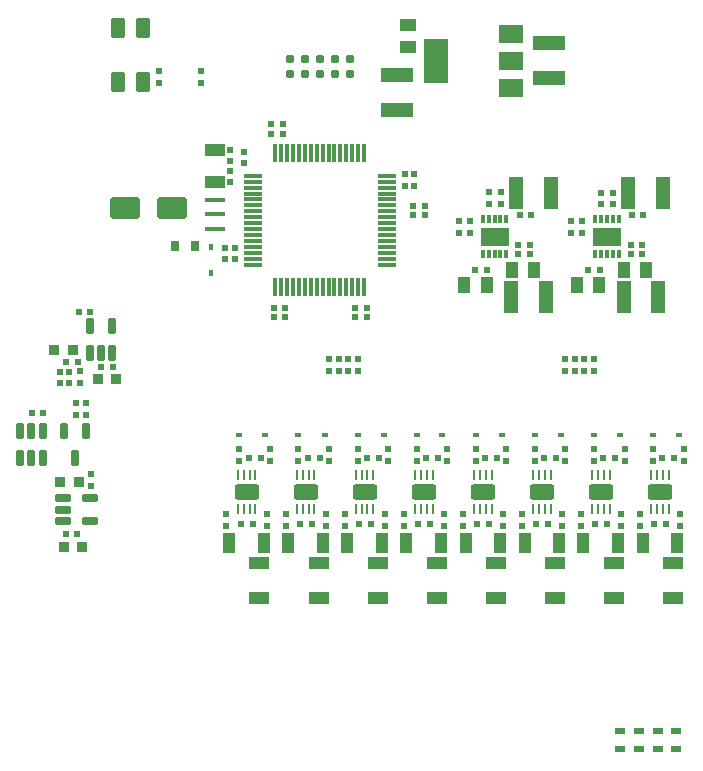
<source format=gtp>
%FSLAX23Y23*%
%MOIN*%
%SFA1B1*%

%IPPOS*%
%AMD13*
4,1,8,-0.037800,0.021200,-0.037800,-0.021200,-0.032800,-0.026200,0.032800,-0.026200,0.037800,-0.021200,0.037800,0.021200,0.032800,0.026200,-0.032800,0.026200,-0.037800,0.021200,0.0*
1,1,0.009940,-0.032800,0.021200*
1,1,0.009940,-0.032800,-0.021200*
1,1,0.009940,0.032800,-0.021200*
1,1,0.009940,0.032800,0.021200*
%
%AMD15*
4,1,8,0.029000,0.005900,-0.029000,0.005900,-0.030500,0.004400,-0.030500,-0.004400,-0.029000,-0.005900,0.029000,-0.005900,0.030500,-0.004400,0.030500,0.004400,0.029000,0.005900,0.0*
1,1,0.002960,0.029000,0.004400*
1,1,0.002960,-0.029000,0.004400*
1,1,0.002960,-0.029000,-0.004400*
1,1,0.002960,0.029000,-0.004400*
%
%AMD16*
4,1,8,0.004400,0.030500,-0.004400,0.030500,-0.005900,0.029000,-0.005900,-0.029000,-0.004400,-0.030500,0.004400,-0.030500,0.005900,-0.029000,0.005900,0.029000,0.004400,0.030500,0.0*
1,1,0.002960,0.004400,0.029000*
1,1,0.002960,-0.004400,0.029000*
1,1,0.002960,-0.004400,-0.029000*
1,1,0.002960,0.004400,-0.029000*
%
%AMD21*
4,1,8,0.011800,-0.023100,0.011800,0.023100,0.008900,0.026100,-0.008900,0.026100,-0.011800,0.023100,-0.011800,-0.023100,-0.008900,-0.026100,0.008900,-0.026100,0.011800,-0.023100,0.0*
1,1,0.005900,0.008900,-0.023100*
1,1,0.005900,0.008900,0.023100*
1,1,0.005900,-0.008900,0.023100*
1,1,0.005900,-0.008900,-0.023100*
%
%AMD27*
4,1,8,-0.004900,0.015500,-0.004900,-0.015500,-0.003700,-0.016700,0.003700,-0.016700,0.004900,-0.015500,0.004900,0.015500,0.003700,0.016700,-0.003700,0.016700,-0.004900,0.015500,0.0*
1,1,0.002460,-0.003700,0.015500*
1,1,0.002460,-0.003700,-0.015500*
1,1,0.002460,0.003700,-0.015500*
1,1,0.002460,0.003700,0.015500*
%
%AMD30*
4,1,8,-0.021700,0.031200,-0.021700,-0.031200,-0.018400,-0.034400,0.018400,-0.034400,0.021700,-0.031200,0.021700,0.031200,0.018400,0.034400,-0.018400,0.034400,-0.021700,0.031200,0.0*
1,1,0.006500,-0.018400,0.031200*
1,1,0.006500,-0.018400,-0.031200*
1,1,0.006500,0.018400,-0.031200*
1,1,0.006500,0.018400,0.031200*
%
%AMD34*
4,1,8,-0.044300,-0.035400,0.044300,-0.035400,0.049200,-0.030500,0.049200,0.030500,0.044300,0.035400,-0.044300,0.035400,-0.049200,0.030500,-0.049200,-0.030500,-0.044300,-0.035400,0.0*
1,1,0.009920,-0.044300,-0.030500*
1,1,0.009920,0.044300,-0.030500*
1,1,0.009920,0.044300,0.030500*
1,1,0.009920,-0.044300,0.030500*
%
%AMD36*
4,1,8,0.023100,0.011800,-0.023100,0.011800,-0.026100,0.008900,-0.026100,-0.008900,-0.023100,-0.011800,0.023100,-0.011800,0.026100,-0.008900,0.026100,0.008900,0.023100,0.011800,0.0*
1,1,0.005900,0.023100,0.008900*
1,1,0.005900,-0.023100,0.008900*
1,1,0.005900,-0.023100,-0.008900*
1,1,0.005900,0.023100,-0.008900*
%
G04~CAMADD=13~8~0.0~0.0~523.6~755.9~49.7~0.0~15~0.0~0.0~0.0~0.0~0~0.0~0.0~0.0~0.0~0~0.0~0.0~0.0~90.0~756.0~524.0*
%ADD13D13*%
%ADD14R,0.031500X0.023230*%
G04~CAMADD=15~8~0.0~0.0~610.2~118.1~14.8~0.0~15~0.0~0.0~0.0~0.0~0~0.0~0.0~0.0~0.0~0~0.0~0.0~0.0~0.0~610.2~118.1*
%ADD15D15*%
G04~CAMADD=16~8~0.0~0.0~118.1~610.2~14.8~0.0~15~0.0~0.0~0.0~0.0~0~0.0~0.0~0.0~0.0~0~0.0~0.0~0.0~0.0~118.1~610.2*
%ADD16D16*%
%ADD17R,0.035430X0.023620*%
%ADD18R,0.019680X0.020470*%
%ADD19R,0.040000X0.056000*%
%ADD20R,0.022000X0.020000*%
G04~CAMADD=21~8~0.0~0.0~521.7~236.2~29.5~0.0~15~0.0~0.0~0.0~0.0~0~0.0~0.0~0.0~0.0~0~0.0~0.0~0.0~270.0~236.0~522.0*
%ADD21D21*%
%ADD22R,0.035000X0.032280*%
%ADD23R,0.020470X0.019680*%
%ADD24R,0.020000X0.022000*%
%ADD25R,0.031500X0.037400*%
%ADD26R,0.078740X0.047240*%
G04~CAMADD=27~8~0.0~0.0~334.7~98.4~12.3~0.0~15~0.0~0.0~0.0~0.0~0~0.0~0.0~0.0~0.0~0~0.0~0.0~0.0~90.0~98.0~334.0*
%ADD27D27*%
%ADD28R,0.045000X0.105000*%
%ADD29C,0.031000*%
G04~CAMADD=30~8~0.0~0.0~689.0~433.1~32.5~0.0~15~0.0~0.0~0.0~0.0~0~0.0~0.0~0.0~0.0~0~0.0~0.0~0.0~90.0~434.0~689.0*
%ADD30D30*%
%ADD31R,0.068900X0.015750*%
%ADD32R,0.066930X0.043310*%
%ADD33R,0.017720X0.023620*%
G04~CAMADD=34~8~0.0~0.0~984.3~708.7~49.6~0.0~15~0.0~0.0~0.0~0.0~0~0.0~0.0~0.0~0.0~0~0.0~0.0~0.0~180.0~984.0~708.0*
%ADD34D34*%
%ADD35R,0.056000X0.040000*%
G04~CAMADD=36~8~0.0~0.0~521.7~236.2~29.5~0.0~15~0.0~0.0~0.0~0.0~0~0.0~0.0~0.0~0.0~0~0.0~0.0~0.0~0.0~521.7~236.2*
%ADD36D36*%
%ADD37R,0.044000X0.070000*%
%ADD38R,0.070000X0.044000*%
%ADD39R,0.023620X0.017720*%
%ADD40R,0.094490X0.064960*%
%ADD41R,0.011810X0.029530*%
%ADD42R,0.105000X0.045000*%
%ADD43R,0.078740X0.059060*%
%ADD44R,0.078740X0.149610*%
%LNbenchy-voltmeter-pcb-1*%
%LPD*%
G54D13*
X3102Y1889D03*
X1724D03*
X1921D03*
X2118D03*
X2314D03*
X2905D03*
X2708D03*
X2511D03*
G54D14*
X2531Y2724D03*
X2570D03*
X2531Y2756D03*
X2570D03*
X2905Y2724D03*
X2944D03*
X2905Y2756D03*
X2944D03*
G54D15*
X1745Y2942D03*
X2191D03*
Y2647D03*
X1745D03*
X2191Y2923D03*
Y2903D03*
Y2883D03*
Y2864D03*
Y2844D03*
Y2824D03*
Y2805D03*
Y2785D03*
Y2765D03*
Y2746D03*
Y2726D03*
Y2706D03*
Y2687D03*
Y2667D03*
X1745D03*
Y2687D03*
Y2706D03*
Y2726D03*
Y2746D03*
Y2765D03*
Y2785D03*
Y2805D03*
Y2824D03*
Y2844D03*
Y2864D03*
Y2883D03*
Y2903D03*
Y2923D03*
G54D16*
X1820Y3018D03*
X2116D03*
Y2571D03*
X1820D03*
X1840Y3018D03*
X1860D03*
X1879D03*
X1899D03*
X1919D03*
X1938D03*
X1958D03*
X1978D03*
X1998D03*
X2017D03*
X2037D03*
X2057D03*
X2076D03*
X2096D03*
Y2571D03*
X2076D03*
X2057D03*
X2037D03*
X2017D03*
X1998D03*
X1978D03*
X1958D03*
X1938D03*
X1919D03*
X1899D03*
X1879D03*
X1860D03*
X1840D03*
G54D17*
X3157Y1032D03*
Y1093D03*
X2968Y1032D03*
Y1093D03*
X3031Y1032D03*
Y1093D03*
X3094Y1032D03*
Y1093D03*
G54D18*
X3046Y2811D03*
X3008D03*
X1008Y2153D03*
X1046D03*
X1203Y2488D03*
X1166D03*
X1278Y2307D03*
X1240D03*
X1853Y2472D03*
X1815D03*
X1122Y1748D03*
X1160D03*
X2630Y2712D03*
X2668D03*
X2630Y2681D03*
X2668D03*
X1807Y3082D03*
X1845D03*
X1807Y3114D03*
X1845D03*
X2634Y2811D03*
X2672D03*
X3004Y2681D03*
X3042D03*
X3004Y2712D03*
X3042D03*
X2125Y2503D03*
X2087D03*
X2125Y2472D03*
X2087D03*
X1853Y2503D03*
X1815D03*
G54D19*
X2608Y2629D03*
X2683D03*
X2982D03*
X3057D03*
X2824Y2578D03*
X2899D03*
X2450D03*
X2525D03*
G54D20*
X1188Y2145D03*
Y2185D03*
X1157Y2145D03*
Y2185D03*
X2094Y2291D03*
Y2331D03*
X2062Y2291D03*
Y2331D03*
X2031Y2291D03*
Y2331D03*
X2000Y2291D03*
Y2331D03*
X2881D03*
Y2291D03*
X2850D03*
Y2331D03*
X2818Y2291D03*
Y2331D03*
X2787Y2291D03*
Y2331D03*
X1169Y2291D03*
Y2251D03*
X1700Y1991D03*
Y2031D03*
X1897Y1991D03*
Y2031D03*
X2094Y1991D03*
Y2031D03*
X2291Y1991D03*
Y2031D03*
X2488Y1991D03*
Y2031D03*
X3078Y1991D03*
Y2031D03*
X2881Y1991D03*
Y2031D03*
X1657Y1775D03*
Y1815D03*
X1791Y1775D03*
Y1815D03*
X1854Y1775D03*
Y1815D03*
X3035Y1775D03*
Y1815D03*
X2972Y1775D03*
Y1815D03*
X2838Y1775D03*
Y1815D03*
X2775Y1775D03*
Y1815D03*
X2641Y1775D03*
Y1815D03*
X2578Y1775D03*
Y1815D03*
X2444Y1775D03*
Y1815D03*
X2051Y1775D03*
Y1815D03*
X1988Y1775D03*
Y1815D03*
X2248Y1775D03*
Y1815D03*
X2185Y1775D03*
Y1815D03*
X2381Y1775D03*
Y1815D03*
X1433Y3291D03*
Y3251D03*
X1573Y3291D03*
Y3251D03*
X3169Y1775D03*
Y1815D03*
X2685Y1991D03*
Y2031D03*
X1803Y1991D03*
Y2031D03*
X2000Y1991D03*
Y2031D03*
X2196Y1991D03*
Y2031D03*
X2393D03*
Y1991D03*
X2590D03*
Y2031D03*
X2787D03*
Y1991D03*
X2984D03*
Y2031D03*
X3181Y1991D03*
Y2031D03*
X2842Y2791D03*
Y2751D03*
X2807D03*
Y2791D03*
X2468D03*
Y2751D03*
X2433D03*
Y2791D03*
G54D21*
X1045Y2092D03*
X1007D03*
X970D03*
Y2002D03*
X1007D03*
X1045D03*
X1153D03*
X1116Y2092D03*
X1190D03*
X1202Y2442D03*
X1277D03*
Y2352D03*
X1240D03*
X1202D03*
G54D22*
X1144Y2362D03*
X1083D03*
X1290Y2267D03*
X1229D03*
X1115Y1704D03*
X1176D03*
X1103Y1921D03*
X1164D03*
G54D23*
X1102Y2290D03*
Y2252D03*
X1133Y2290D03*
Y2252D03*
X1669Y2922D03*
Y2959D03*
Y3030D03*
Y2992D03*
X1653Y2703D03*
Y2666D03*
X1685Y2703D03*
Y2666D03*
X1204Y1910D03*
Y1948D03*
X1716Y2985D03*
Y3022D03*
X2251Y2948D03*
Y2910D03*
X2283Y2948D03*
Y2910D03*
G54D24*
X1121Y2322D03*
X1161D03*
X1731Y2003D03*
X1771D03*
X1928D03*
X1968D03*
X2125D03*
X2165D03*
X2322D03*
X2362D03*
X2519D03*
X2559D03*
X3109D03*
X3149D03*
X2913D03*
X2953D03*
X1704Y1783D03*
X1744D03*
X1901D03*
X1941D03*
X3082D03*
X3122D03*
X2885D03*
X2925D03*
X2688D03*
X2728D03*
X2491D03*
X2531D03*
X2098D03*
X2138D03*
X2294D03*
X2334D03*
X2527Y2629D03*
X2487D03*
X2716Y2003D03*
X2756D03*
X2946Y2849D03*
X2906D03*
X2946Y2885D03*
X2906D03*
X2901Y2629D03*
X2861D03*
X2319Y2811D03*
X2279D03*
X2319Y2842D03*
X2279D03*
X2572Y2849D03*
X2532D03*
X2572Y2889D03*
X2532D03*
G54D25*
X1487Y2708D03*
X1552D03*
G54D26*
X3102Y1889D03*
X1724D03*
X1921D03*
X2118D03*
X2314D03*
X2905D03*
X2708D03*
X2511D03*
G54D27*
X3072Y1946D03*
X3092D03*
X3112D03*
X3131D03*
Y1832D03*
X3112D03*
X3092D03*
X3072D03*
X1694Y1946D03*
X1714D03*
X1734D03*
X1753D03*
Y1832D03*
X1734D03*
X1714D03*
X1694D03*
X1891Y1946D03*
X1911D03*
X1931D03*
X1950D03*
Y1832D03*
X1931D03*
X1911D03*
X1891D03*
X2088Y1946D03*
X2108D03*
X2127D03*
X2147D03*
Y1832D03*
X2127D03*
X2108D03*
X2088D03*
X2285Y1946D03*
X2305D03*
X2324D03*
X2344D03*
Y1832D03*
X2324D03*
X2305D03*
X2285D03*
X2875Y1946D03*
X2895D03*
X2915D03*
X2935D03*
Y1832D03*
X2915D03*
X2895D03*
X2875D03*
X2679Y1946D03*
X2698D03*
X2718D03*
X2738D03*
Y1832D03*
X2718D03*
X2698D03*
X2679D03*
X2482Y1946D03*
X2501D03*
X2521D03*
X2541D03*
Y1832D03*
X2521D03*
X2501D03*
X2482D03*
G54D28*
X2607Y2539D03*
X2723D03*
X2997Y2885D03*
X3113D03*
X2981Y2539D03*
X3097D03*
X2623Y2885D03*
X2739D03*
G54D29*
X1868Y3282D03*
X1918D03*
X1968D03*
X2018D03*
X2068D03*
Y3332D03*
X2018D03*
X1968D03*
X1918D03*
X1868D03*
G54D30*
X1296Y3257D03*
Y3435D03*
X1380Y3257D03*
Y3435D03*
G54D31*
X1618Y2767D03*
Y2814D03*
Y2862D03*
G54D32*
X1618Y2923D03*
Y3029D03*
G54D33*
X1606Y2618D03*
Y2704D03*
G54D34*
X1318Y2834D03*
X1476D03*
G54D35*
X2263Y3446D03*
Y3372D03*
G54D36*
X1202Y1868D03*
Y1793D03*
X1112D03*
Y1830D03*
Y1868D03*
G54D37*
X3044Y1720D03*
X3159D03*
X2847D03*
X2963D03*
X2651D03*
X2766D03*
X2454D03*
X2569D03*
X2257D03*
X2372D03*
X2060D03*
X2175D03*
X1863D03*
X1978D03*
X1666D03*
X1781D03*
G54D38*
X1767Y1536D03*
Y1652D03*
X1964Y1536D03*
Y1652D03*
X2161Y1536D03*
Y1652D03*
X2358Y1536D03*
Y1652D03*
X2555Y1536D03*
Y1652D03*
X2751Y1536D03*
Y1652D03*
X3145Y1536D03*
Y1652D03*
X2948Y1536D03*
Y1652D03*
G54D39*
X1787Y2078D03*
X1700D03*
X1984D03*
X1897D03*
X2181D03*
X2094D03*
X2377D03*
X2291D03*
X2574D03*
X2488D03*
X2771D03*
X2685D03*
X2968D03*
X2881D03*
X3165D03*
X3078D03*
G54D40*
X2551Y2740D03*
X2925D03*
G54D41*
X2590Y2682D03*
X2570D03*
X2551D03*
X2531D03*
X2511D03*
Y2798D03*
X2531D03*
X2551D03*
X2570D03*
X2590D03*
X2964Y2682D03*
X2944D03*
X2925D03*
X2905D03*
X2885D03*
Y2798D03*
X2905D03*
X2925D03*
X2944D03*
X2964D03*
G54D42*
X2224Y3278D03*
Y3162D03*
X2732Y3384D03*
Y3268D03*
G54D43*
X2604Y3236D03*
Y3326D03*
Y3417D03*
G54D44*
X2356Y3326D03*
M02*
</source>
